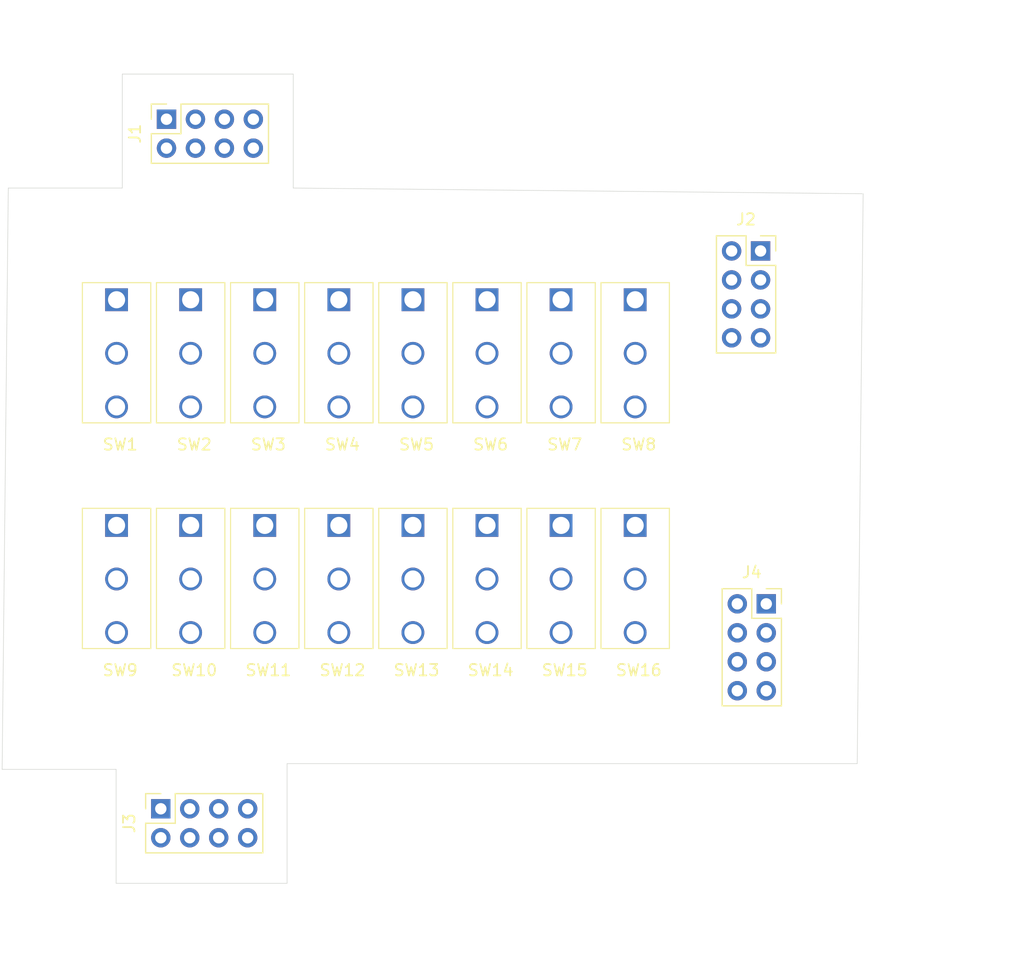
<source format=kicad_pcb>
(kicad_pcb (version 20241229) (generator "pcbnew") (generator_version "9.0")
  (layers (0 "F.Cu" signal) (2 "B.Cu" signal) (13 "F.Paste" user) (15 "B.Paste" user) (5 "F.SilkS" user "F.Silkscreen") (7 "B.SilkS" user "B.Silkscreen") (1 "F.Mask" user) (3 "B.Mask" user) (25 "Edge.Cuts" user))
  (net 0 "")
  (net 2 "+5V")
  (net 18 "Net-(J1-Pin_3)")
  (net 19 "Net-(J1-Pin_5)")
  (net 20 "Net-(J1-Pin_8)")
  (net 21 "Net-(J1-Pin_6)")
  (net 22 "Net-(J1-Pin_7)")
  (net 23 "Net-(J1-Pin_2)")
  (net 24 "Net-(J1-Pin_1)")
  (net 25 "Net-(J1-Pin_4)")
  (net 26 "Net-(J3-Pin_4)")
  (net 27 "Net-(J3-Pin_5)")
  (net 28 "Net-(J3-Pin_3)")
  (net 29 "Net-(J3-Pin_2)")
  (net 30 "Net-(J3-Pin_7)")
  (net 31 "Net-(J3-Pin_6)")
  (net 32 "Net-(J3-Pin_8)")
  (net 33 "Net-(J3-Pin_1)")
  (footprint "Connector_PinHeader_1.27mm:5mm_Linear_Switch" (layer "F.Cu") (at 57.5 63.8)
    (property "Reference" "SW11" (at 0.317923 8 0) (layer "F.SilkS"))
    (property "Value" "SW_Nidec_CAS-120A1" (hide yes))
    (fp_line (start -3 -6.2) (end -3 6.1) (stroke (width 0.1)) (layer "F.SilkS"))
    (fp_line (start -3 -6.2) (end 3 -6.2) (stroke (width 0.1)) (layer "F.SilkS"))
    (fp_line (start -3 6.1) (end 3 6.1) (stroke (width 0.1)) (layer "F.SilkS"))
    (fp_line (start 3 6.1) (end 3 -6.2) (stroke (width 0.1)) (layer "F.SilkS"))
    (pad "1" thru_hole rect (at 0 -4.7) (size 2 2) (drill 1.5) (layers "*.Cu" "*.Mask") (net 28 "Net-(J3-Pin_3)"))
    (pad "2" thru_hole circle (at 0 0) (size 2 2) (drill 1.5) (layers "*.Cu" "*.Mask") (net 2 "+5V"))
    (pad "3" thru_hole circle (at 0 4.7) (size 2 2) (drill 1.5) (layers "*.Cu" "*.Mask"))
  )
  (footprint "Connector_PinSocket_2.54mm:PinSocket_2x04_P2.54mm_Vertical" (layer "F.Cu") (at 48.88 23.46 90)
    (property "Reference" "J1" (at -1.27 -2.77 90) (layer "F.SilkS"))
    (property "Value" "Conn_01x08_Pin" (hide yes))
    (fp_line (start 1.33 -1.33) (end 1.33 0) (stroke (width 0.12)) (layer "F.SilkS"))
    (fp_line (start 0 -1.33) (end 1.33 -1.33) (stroke (width 0.12)) (layer "F.SilkS"))
    (fp_line (start -1.27 -1.33) (end -1.27 1.27) (stroke (width 0.12)) (layer "F.SilkS"))
    (fp_line (start -3.87 -1.33) (end -1.27 -1.33) (stroke (width 0.12)) (layer "F.SilkS"))
    (fp_line (start -3.87 -1.33) (end -3.87 8.95) (stroke (width 0.12)) (layer "F.SilkS"))
    (fp_line (start 1.33 1.27) (end 1.33 8.95) (stroke (width 0.12)) (layer "F.SilkS"))
    (fp_line (start -1.27 1.27) (end 1.33 1.27) (stroke (width 0.12)) (layer "F.SilkS"))
    (fp_line (start -3.87 8.95) (end 1.33 8.95) (stroke (width 0.12)) (layer "F.SilkS"))
    (pad "1" thru_hole rect (at 0 0 90) (size 1.7 1.7) (drill 1) (layers "*.Cu" "*.Mask") (net 24 "Net-(J1-Pin_1)"))
    (pad "2" thru_hole circle (at -2.54 0 90) (size 1.7 1.7) (drill 1) (layers "*.Cu" "*.Mask") (net 23 "Net-(J1-Pin_2)"))
    (pad "3" thru_hole circle (at 0 2.54 90) (size 1.7 1.7) (drill 1) (layers "*.Cu" "*.Mask") (net 18 "Net-(J1-Pin_3)"))
    (pad "4" thru_hole circle (at -2.54 2.54 90) (size 1.7 1.7) (drill 1) (layers "*.Cu" "*.Mask") (net 25 "Net-(J1-Pin_4)"))
    (pad "5" thru_hole circle (at 0 5.08 90) (size 1.7 1.7) (drill 1) (layers "*.Cu" "*.Mask") (net 19 "Net-(J1-Pin_5)"))
    (pad "6" thru_hole circle (at -2.54 5.08 90) (size 1.7 1.7) (drill 1) (layers "*.Cu" "*.Mask") (net 21 "Net-(J1-Pin_6)"))
    (pad "7" thru_hole circle (at 0 7.62 90) (size 1.7 1.7) (drill 1) (layers "*.Cu" "*.Mask") (net 22 "Net-(J1-Pin_7)"))
    (pad "8" thru_hole circle (at -2.54 7.62 90) (size 1.7 1.7) (drill 1) (layers "*.Cu" "*.Mask") (net 20 "Net-(J1-Pin_8)"))
  )
  (footprint "Connector_PinHeader_1.27mm:5mm_Linear_Switch" (layer "F.Cu") (at 77 44)
    (property "Reference" "SW6" (at 0.317923 8 0) (layer "F.SilkS"))
    (property "Value" "SW_Nidec_CAS-120A1" (hide yes))
    (fp_line (start -3 -6.2) (end -3 6.1) (stroke (width 0.1)) (layer "F.SilkS"))
    (fp_line (start -3 -6.2) (end 3 -6.2) (stroke (width 0.1)) (layer "F.SilkS"))
    (fp_line (start -3 6.1) (end 3 6.1) (stroke (width 0.1)) (layer "F.SilkS"))
    (fp_line (start 3 6.1) (end 3 -6.2) (stroke (width 0.1)) (layer "F.SilkS"))
    (pad "1" thru_hole rect (at 0 -4.7) (size 2 2) (drill 1.5) (layers "*.Cu" "*.Mask") (net 21 "Net-(J1-Pin_6)"))
    (pad "2" thru_hole circle (at 0 0) (size 2 2) (drill 1.5) (layers "*.Cu" "*.Mask") (net 2 "+5V"))
    (pad "3" thru_hole circle (at 0 4.7) (size 2 2) (drill 1.5) (layers "*.Cu" "*.Mask"))
  )
  (footprint "Connector_PinHeader_1.27mm:5mm_Linear_Switch" (layer "F.Cu") (at 64 63.8)
    (property "Reference" "SW12" (at 0.317923 8 0) (layer "F.SilkS"))
    (property "Value" "SW_Nidec_CAS-120A1" (hide yes))
    (fp_line (start -3 -6.2) (end -3 6.1) (stroke (width 0.1)) (layer "F.SilkS"))
    (fp_line (start -3 -6.2) (end 3 -6.2) (stroke (width 0.1)) (layer "F.SilkS"))
    (fp_line (start -3 6.1) (end 3 6.1) (stroke (width 0.1)) (layer "F.SilkS"))
    (fp_line (start 3 6.1) (end 3 -6.2) (stroke (width 0.1)) (layer "F.SilkS"))
    (pad "1" thru_hole rect (at 0 -4.7) (size 2 2) (drill 1.5) (layers "*.Cu" "*.Mask") (net 26 "Net-(J3-Pin_4)"))
    (pad "2" thru_hole circle (at 0 0) (size 2 2) (drill 1.5) (layers "*.Cu" "*.Mask") (net 2 "+5V"))
    (pad "3" thru_hole circle (at 0 4.7) (size 2 2) (drill 1.5) (layers "*.Cu" "*.Mask"))
  )
  (footprint "Connector_PinHeader_1.27mm:5mm_Linear_Switch" (layer "F.Cu") (at 51 44)
    (property "Reference" "SW2" (at 0.317923 8 0) (layer "F.SilkS"))
    (property "Value" "SW_Nidec_CAS-120A1" (hide yes))
    (fp_line (start -3 -6.2) (end -3 6.1) (stroke (width 0.1)) (layer "F.SilkS"))
    (fp_line (start -3 -6.2) (end 3 -6.2) (stroke (width 0.1)) (layer "F.SilkS"))
    (fp_line (start -3 6.1) (end 3 6.1) (stroke (width 0.1)) (layer "F.SilkS"))
    (fp_line (start 3 6.1) (end 3 -6.2) (stroke (width 0.1)) (layer "F.SilkS"))
    (pad "1" thru_hole rect (at 0 -4.7) (size 2 2) (drill 1.5) (layers "*.Cu" "*.Mask") (net 23 "Net-(J1-Pin_2)"))
    (pad "2" thru_hole circle (at 0 0) (size 2 2) (drill 1.5) (layers "*.Cu" "*.Mask") (net 2 "+5V"))
    (pad "3" thru_hole circle (at 0 4.7) (size 2 2) (drill 1.5) (layers "*.Cu" "*.Mask"))
  )
  (footprint "Connector_PinSocket_2.54mm:PinSocket_2x04_P2.54mm_Vertical" (layer "F.Cu") (at 101 35.02)
    (property "Reference" "J2" (at -1.27 -2.77 0) (layer "F.SilkS"))
    (property "Value" "Conn_01x08_Pin" (hide yes))
    (fp_line (start -3.87 -1.33) (end -3.87 8.95) (stroke (width 0.12)) (layer "F.SilkS"))
    (fp_line (start -3.87 -1.33) (end -1.27 -1.33) (stroke (width 0.12)) (layer "F.SilkS"))
    (fp_line (start -3.87 8.95) (end 1.33 8.95) (stroke (width 0.12)) (layer "F.SilkS"))
    (fp_line (start -1.27 -1.33) (end -1.27 1.27) (stroke (width 0.12)) (layer "F.SilkS"))
    (fp_line (start -1.27 1.27) (end 1.33 1.27) (stroke (width 0.12)) (layer "F.SilkS"))
    (fp_line (start 0 -1.33) (end 1.33 -1.33) (stroke (width 0.12)) (layer "F.SilkS"))
    (fp_line (start 1.33 -1.33) (end 1.33 0) (stroke (width 0.12)) (layer "F.SilkS"))
    (fp_line (start 1.33 1.27) (end 1.33 8.95) (stroke (width 0.12)) (layer "F.SilkS"))
    (pad "1" thru_hole rect (at 0 0) (size 1.7 1.7) (drill 1) (layers "*.Cu" "*.Mask") (net 24 "Net-(J1-Pin_1)"))
    (pad "2" thru_hole circle (at -2.54 0) (size 1.7 1.7) (drill 1) (layers "*.Cu" "*.Mask") (net 23 "Net-(J1-Pin_2)"))
    (pad "3" thru_hole circle (at 0 2.54) (size 1.7 1.7) (drill 1) (layers "*.Cu" "*.Mask") (net 18 "Net-(J1-Pin_3)"))
    (pad "4" thru_hole circle (at -2.54 2.54) (size 1.7 1.7) (drill 1) (layers "*.Cu" "*.Mask") (net 25 "Net-(J1-Pin_4)"))
    (pad "5" thru_hole circle (at 0 5.08) (size 1.7 1.7) (drill 1) (layers "*.Cu" "*.Mask") (net 19 "Net-(J1-Pin_5)"))
    (pad "6" thru_hole circle (at -2.54 5.08) (size 1.7 1.7) (drill 1) (layers "*.Cu" "*.Mask") (net 21 "Net-(J1-Pin_6)"))
    (pad "7" thru_hole circle (at 0 7.62) (size 1.7 1.7) (drill 1) (layers "*.Cu" "*.Mask") (net 22 "Net-(J1-Pin_7)"))
    (pad "8" thru_hole circle (at -2.54 7.62) (size 1.7 1.7) (drill 1) (layers "*.Cu" "*.Mask") (net 20 "Net-(J1-Pin_8)"))
  )
  (footprint "Connector_PinHeader_1.27mm:5mm_Linear_Switch" (layer "F.Cu") (at 51 63.8)
    (property "Reference" "SW10" (at 0.317923 8 0) (layer "F.SilkS"))
    (property "Value" "SW_Nidec_CAS-120A1" (hide yes))
    (fp_line (start -3 -6.2) (end -3 6.1) (stroke (width 0.1)) (layer "F.SilkS"))
    (fp_line (start -3 -6.2) (end 3 -6.2) (stroke (width 0.1)) (layer "F.SilkS"))
    (fp_line (start -3 6.1) (end 3 6.1) (stroke (width 0.1)) (layer "F.SilkS"))
    (fp_line (start 3 6.1) (end 3 -6.2) (stroke (width 0.1)) (layer "F.SilkS"))
    (pad "1" thru_hole rect (at 0 -4.7) (size 2 2) (drill 1.5) (layers "*.Cu" "*.Mask") (net 29 "Net-(J3-Pin_2)"))
    (pad "2" thru_hole circle (at 0 0) (size 2 2) (drill 1.5) (layers "*.Cu" "*.Mask") (net 2 "+5V"))
    (pad "3" thru_hole circle (at 0 4.7) (size 2 2) (drill 1.5) (layers "*.Cu" "*.Mask"))
  )
  (footprint "Connector_PinSocket_2.54mm:PinSocket_2x04_P2.54mm_Vertical" (layer "F.Cu") (at 48.38 83.96 90)
    (property "Reference" "J3" (at -1.27 -2.77 90) (layer "F.SilkS"))
    (property "Value" "Conn_01x08_Pin" (hide yes))
    (fp_line (start 1.33 -1.33) (end 1.33 0) (stroke (width 0.12)) (layer "F.SilkS"))
    (fp_line (start 0 -1.33) (end 1.33 -1.33) (stroke (width 0.12)) (layer "F.SilkS"))
    (fp_line (start -1.27 -1.33) (end -1.27 1.27) (stroke (width 0.12)) (layer "F.SilkS"))
    (fp_line (start -3.87 -1.33) (end -1.27 -1.33) (stroke (width 0.12)) (layer "F.SilkS"))
    (fp_line (start -3.87 -1.33) (end -3.87 8.95) (stroke (width 0.12)) (layer "F.SilkS"))
    (fp_line (start 1.33 1.27) (end 1.33 8.95) (stroke (width 0.12)) (layer "F.SilkS"))
    (fp_line (start -1.27 1.27) (end 1.33 1.27) (stroke (width 0.12)) (layer "F.SilkS"))
    (fp_line (start -3.87 8.95) (end 1.33 8.95) (stroke (width 0.12)) (layer "F.SilkS"))
    (pad "1" thru_hole rect (at 0 0 90) (size 1.7 1.7) (drill 1) (layers "*.Cu" "*.Mask") (net 33 "Net-(J3-Pin_1)"))
    (pad "2" thru_hole circle (at -2.54 0 90) (size 1.7 1.7) (drill 1) (layers "*.Cu" "*.Mask") (net 29 "Net-(J3-Pin_2)"))
    (pad "3" thru_hole circle (at 0 2.54 90) (size 1.7 1.7) (drill 1) (layers "*.Cu" "*.Mask") (net 28 "Net-(J3-Pin_3)"))
    (pad "4" thru_hole circle (at -2.54 2.54 90) (size 1.7 1.7) (drill 1) (layers "*.Cu" "*.Mask") (net 26 "Net-(J3-Pin_4)"))
    (pad "5" thru_hole circle (at 0 5.08 90) (size 1.7 1.7) (drill 1) (layers "*.Cu" "*.Mask") (net 27 "Net-(J3-Pin_5)"))
    (pad "6" thru_hole circle (at -2.54 5.08 90) (size 1.7 1.7) (drill 1) (layers "*.Cu" "*.Mask") (net 31 "Net-(J3-Pin_6)"))
    (pad "7" thru_hole circle (at 0 7.62 90) (size 1.7 1.7) (drill 1) (layers "*.Cu" "*.Mask") (net 30 "Net-(J3-Pin_7)"))
    (pad "8" thru_hole circle (at -2.54 7.62 90) (size 1.7 1.7) (drill 1) (layers "*.Cu" "*.Mask") (net 32 "Net-(J3-Pin_8)"))
  )
  (footprint "Connector_PinHeader_1.27mm:5mm_Linear_Switch" (layer "F.Cu") (at 70.5 44)
    (property "Reference" "SW5" (at 0.317923 8 0) (layer "F.SilkS"))
    (property "Value" "SW_Nidec_CAS-120A1" (hide yes))
    (fp_line (start -3 -6.2) (end -3 6.1) (stroke (width 0.1)) (layer "F.SilkS"))
    (fp_line (start -3 -6.2) (end 3 -6.2) (stroke (width 0.1)) (layer "F.SilkS"))
    (fp_line (start -3 6.1) (end 3 6.1) (stroke (width 0.1)) (layer "F.SilkS"))
    (fp_line (start 3 6.1) (end 3 -6.2) (stroke (width 0.1)) (layer "F.SilkS"))
    (pad "1" thru_hole rect (at 0 -4.7) (size 2 2) (drill 1.5) (layers "*.Cu" "*.Mask") (net 19 "Net-(J1-Pin_5)"))
    (pad "2" thru_hole circle (at 0 0) (size 2 2) (drill 1.5) (layers "*.Cu" "*.Mask") (net 2 "+5V"))
    (pad "3" thru_hole circle (at 0 4.7) (size 2 2) (drill 1.5) (layers "*.Cu" "*.Mask"))
  )
  (footprint "Connector_PinHeader_1.27mm:5mm_Linear_Switch" (layer "F.Cu") (at 44.5 63.8)
    (property "Reference" "SW9" (at 0.317923 8 0) (layer "F.SilkS"))
    (property "Value" "SW_Nidec_CAS-120A1" (hide yes))
    (fp_line (start -3 -6.2) (end -3 6.1) (stroke (width 0.1)) (layer "F.SilkS"))
    (fp_line (start -3 -6.2) (end 3 -6.2) (stroke (width 0.1)) (layer "F.SilkS"))
    (fp_line (start -3 6.1) (end 3 6.1) (stroke (width 0.1)) (layer "F.SilkS"))
    (fp_line (start 3 6.1) (end 3 -6.2) (stroke (width 0.1)) (layer "F.SilkS"))
    (pad "1" thru_hole rect (at 0 -4.7) (size 2 2) (drill 1.5) (layers "*.Cu" "*.Mask") (net 33 "Net-(J3-Pin_1)"))
    (pad "2" thru_hole circle (at 0 0) (size 2 2) (drill 1.5) (layers "*.Cu" "*.Mask") (net 2 "+5V"))
    (pad "3" thru_hole circle (at 0 4.7) (size 2 2) (drill 1.5) (layers "*.Cu" "*.Mask"))
  )
  (footprint "Connector_PinHeader_1.27mm:5mm_Linear_Switch" (layer "F.Cu") (at 44.5 44)
    (property "Reference" "SW1" (at 0.317923 8 0) (layer "F.SilkS"))
    (property "Value" "SW_Nidec_CAS-120A1" (hide yes))
    (fp_line (start -3 -6.2) (end -3 6.1) (stroke (width 0.1)) (layer "F.SilkS"))
    (fp_line (start -3 -6.2) (end 3 -6.2) (stroke (width 0.1)) (layer "F.SilkS"))
    (fp_line (start -3 6.1) (end 3 6.1) (stroke (width 0.1)) (layer "F.SilkS"))
    (fp_line (start 3 6.1) (end 3 -6.2) (stroke (width 0.1)) (layer "F.SilkS"))
    (pad "1" thru_hole rect (at 0 -4.7) (size 2 2) (drill 1.5) (layers "*.Cu" "*.Mask") (net 24 "Net-(J1-Pin_1)"))
    (pad "2" thru_hole circle (at 0 0) (size 2 2) (drill 1.5) (layers "*.Cu" "*.Mask") (net 2 "+5V"))
    (pad "3" thru_hole circle (at 0 4.7) (size 2 2) (drill 1.5) (layers "*.Cu" "*.Mask"))
  )
  (footprint "Connector_PinHeader_1.27mm:5mm_Linear_Switch" (layer "F.Cu") (at 83.5 44)
    (property "Reference" "SW7" (at 0.317923 8 0) (layer "F.SilkS"))
    (property "Value" "SW_Nidec_CAS-120A1" (hide yes))
    (fp_line (start -3 -6.2) (end -3 6.1) (stroke (width 0.1)) (layer "F.SilkS"))
    (fp_line (start -3 -6.2) (end 3 -6.2) (stroke (width 0.1)) (layer "F.SilkS"))
    (fp_line (start -3 6.1) (end 3 6.1) (stroke (width 0.1)) (layer "F.SilkS"))
    (fp_line (start 3 6.1) (end 3 -6.2) (stroke (width 0.1)) (layer "F.SilkS"))
    (pad "1" thru_hole rect (at 0 -4.7) (size 2 2) (drill 1.5) (layers "*.Cu" "*.Mask") (net 22 "Net-(J1-Pin_7)"))
    (pad "2" thru_hole circle (at 0 0) (size 2 2) (drill 1.5) (layers "*.Cu" "*.Mask") (net 2 "+5V"))
    (pad "3" thru_hole circle (at 0 4.7) (size 2 2) (drill 1.5) (layers "*.Cu" "*.Mask"))
  )
  (footprint "Connector_PinHeader_1.27mm:5mm_Linear_Switch" (layer "F.Cu") (at 70.5 63.8)
    (property "Reference" "SW13" (at 0.317923 8 0) (layer "F.SilkS"))
    (property "Value" "SW_Nidec_CAS-120A1" (hide yes))
    (fp_line (start -3 -6.2) (end -3 6.1) (stroke (width 0.1)) (layer "F.SilkS"))
    (fp_line (start -3 -6.2) (end 3 -6.2) (stroke (width 0.1)) (layer "F.SilkS"))
    (fp_line (start -3 6.1) (end 3 6.1) (stroke (width 0.1)) (layer "F.SilkS"))
    (fp_line (start 3 6.1) (end 3 -6.2) (stroke (width 0.1)) (layer "F.SilkS"))
    (pad "1" thru_hole rect (at 0 -4.7) (size 2 2) (drill 1.5) (layers "*.Cu" "*.Mask") (net 27 "Net-(J3-Pin_5)"))
    (pad "2" thru_hole circle (at 0 0) (size 2 2) (drill 1.5) (layers "*.Cu" "*.Mask") (net 2 "+5V"))
    (pad "3" thru_hole circle (at 0 4.7) (size 2 2) (drill 1.5) (layers "*.Cu" "*.Mask"))
  )
  (footprint "Connector_PinHeader_1.27mm:5mm_Linear_Switch" (layer "F.Cu") (at 90 44)
    (property "Reference" "SW8" (at 0.317923 8 0) (layer "F.SilkS"))
    (property "Value" "SW_Nidec_CAS-120A1" (hide yes))
    (fp_line (start -3 -6.2) (end -3 6.1) (stroke (width 0.1)) (layer "F.SilkS"))
    (fp_line (start -3 -6.2) (end 3 -6.2) (stroke (width 0.1)) (layer "F.SilkS"))
    (fp_line (start -3 6.1) (end 3 6.1) (stroke (width 0.1)) (layer "F.SilkS"))
    (fp_line (start 3 6.1) (end 3 -6.2) (stroke (width 0.1)) (layer "F.SilkS"))
    (pad "1" thru_hole rect (at 0 -4.7) (size 2 2) (drill 1.5) (layers "*.Cu" "*.Mask") (net 20 "Net-(J1-Pin_8)"))
    (pad "2" thru_hole circle (at 0 0) (size 2 2) (drill 1.5) (layers "*.Cu" "*.Mask") (net 2 "+5V"))
    (pad "3" thru_hole circle (at 0 4.7) (size 2 2) (drill 1.5) (layers "*.Cu" "*.Mask"))
  )
  (footprint "Connector_PinSocket_2.54mm:PinSocket_2x04_P2.54mm_Vertical" (layer "F.Cu") (at 101.5 65.98)
    (property "Reference" "J4" (at -1.27 -2.77 0) (layer "F.SilkS"))
    (property "Value" "Conn_01x08_Pin" (hide yes))
    (fp_line (start -3.87 -1.33) (end -3.87 8.95) (stroke (width 0.12)) (layer "F.SilkS"))
    (fp_line (start -3.87 -1.33) (end -1.27 -1.33) (stroke (width 0.12)) (layer "F.SilkS"))
    (fp_line (start -3.87 8.95) (end 1.33 8.95) (stroke (width 0.12)) (layer "F.SilkS"))
    (fp_line (start -1.27 -1.33) (end -1.27 1.27) (stroke (width 0.12)) (layer "F.SilkS"))
    (fp_line (start -1.27 1.27) (end 1.33 1.27) (stroke (width 0.12)) (layer "F.SilkS"))
    (fp_line (start 0 -1.33) (end 1.33 -1.33) (stroke (width 0.12)) (layer "F.SilkS"))
    (fp_line (start 1.33 -1.33) (end 1.33 0) (stroke (width 0.12)) (layer "F.SilkS"))
    (fp_line (start 1.33 1.27) (end 1.33 8.95) (stroke (width 0.12)) (layer "F.SilkS"))
    (pad "1" thru_hole rect (at 0 0) (size 1.7 1.7) (drill 1) (layers "*.Cu" "*.Mask") (net 33 "Net-(J3-Pin_1)"))
    (pad "2" thru_hole circle (at -2.54 0) (size 1.7 1.7) (drill 1) (layers "*.Cu" "*.Mask") (net 29 "Net-(J3-Pin_2)"))
    (pad "3" thru_hole circle (at 0 2.54) (size 1.7 1.7) (drill 1) (layers "*.Cu" "*.Mask") (net 28 "Net-(J3-Pin_3)"))
    (pad "4" thru_hole circle (at -2.54 2.54) (size 1.7 1.7) (drill 1) (layers "*.Cu" "*.Mask") (net 26 "Net-(J3-Pin_4)"))
    (pad "5" thru_hole circle (at 0 5.08) (size 1.7 1.7) (drill 1) (layers "*.Cu" "*.Mask") (net 27 "Net-(J3-Pin_5)"))
    (pad "6" thru_hole circle (at -2.54 5.08) (size 1.7 1.7) (drill 1) (layers "*.Cu" "*.Mask") (net 31 "Net-(J3-Pin_6)"))
    (pad "7" thru_hole circle (at 0 7.62) (size 1.7 1.7) (drill 1) (layers "*.Cu" "*.Mask") (net 30 "Net-(J3-Pin_7)"))
    (pad "8" thru_hole circle (at -2.54 7.62) (size 1.7 1.7) (drill 1) (layers "*.Cu" "*.Mask") (net 32 "Net-(J3-Pin_8)"))
  )
  (footprint "Connector_PinHeader_1.27mm:5mm_Linear_Switch" (layer "F.Cu") (at 83.5 63.8)
    (property "Reference" "SW15" (at 0.317923 8 0) (layer "F.SilkS"))
    (property "Value" "SW_Nidec_CAS-120A1" (hide yes))
    (fp_line (start -3 -6.2) (end -3 6.1) (stroke (width 0.1)) (layer "F.SilkS"))
    (fp_line (start -3 -6.2) (end 3 -6.2) (stroke (width 0.1)) (layer "F.SilkS"))
    (fp_line (start -3 6.1) (end 3 6.1) (stroke (width 0.1)) (layer "F.SilkS"))
    (fp_line (start 3 6.1) (end 3 -6.2) (stroke (width 0.1)) (layer "F.SilkS"))
    (pad "1" thru_hole rect (at 0 -4.7) (size 2 2) (drill 1.5) (layers "*.Cu" "*.Mask") (net 30 "Net-(J3-Pin_7)"))
    (pad "2" thru_hole circle (at 0 0) (size 2 2) (drill 1.5) (layers "*.Cu" "*.Mask") (net 2 "+5V"))
    (pad "3" thru_hole circle (at 0 4.7) (size 2 2) (drill 1.5) (layers "*.Cu" "*.Mask"))
  )
  (footprint "Connector_PinHeader_1.27mm:5mm_Linear_Switch" (layer "F.Cu") (at 64 44)
    (property "Reference" "SW4" (at 0.317923 8 0) (layer "F.SilkS"))
    (property "Value" "SW_Nidec_CAS-120A1" (hide yes))
    (fp_line (start -3 -6.2) (end -3 6.1) (stroke (width 0.1)) (layer "F.SilkS"))
    (fp_line (start -3 -6.2) (end 3 -6.2) (stroke (width 0.1)) (layer "F.SilkS"))
    (fp_line (start -3 6.1) (end 3 6.1) (stroke (width 0.1)) (layer "F.SilkS"))
    (fp_line (start 3 6.1) (end 3 -6.2) (stroke (width 0.1)) (layer "F.SilkS"))
    (pad "1" thru_hole rect (at 0 -4.7) (size 2 2) (drill 1.5) (layers "*.Cu" "*.Mask") (net 25 "Net-(J1-Pin_4)"))
    (pad "2" thru_hole circle (at 0 0) (size 2 2) (drill 1.5) (layers "*.Cu" "*.Mask") (net 2 "+5V"))
    (pad "3" thru_hole circle (at 0 4.7) (size 2 2) (drill 1.5) (layers "*.Cu" "*.Mask"))
  )
  (footprint "Connector_PinHeader_1.27mm:5mm_Linear_Switch" (layer "F.Cu") (at 57.5 44)
    (property "Reference" "SW3" (at 0.317923 8 0) (layer "F.SilkS"))
    (property "Value" "SW_Nidec_CAS-120A1" (hide yes))
    (fp_line (start -3 -6.2) (end -3 6.1) (stroke (width 0.1)) (layer "F.SilkS"))
    (fp_line (start -3 -6.2) (end 3 -6.2) (stroke (width 0.1)) (layer "F.SilkS"))
    (fp_line (start -3 6.1) (end 3 6.1) (stroke (width 0.1)) (layer "F.SilkS"))
    (fp_line (start 3 6.1) (end 3 -6.2) (stroke (width 0.1)) (layer "F.SilkS"))
    (pad "1" thru_hole rect (at 0 -4.7) (size 2 2) (drill 1.5) (layers "*.Cu" "*.Mask") (net 18 "Net-(J1-Pin_3)"))
    (pad "2" thru_hole circle (at 0 0) (size 2 2) (drill 1.5) (layers "*.Cu" "*.Mask") (net 2 "+5V"))
    (pad "3" thru_hole circle (at 0 4.7) (size 2 2) (drill 1.5) (layers "*.Cu" "*.Mask"))
  )
  (footprint "Connector_PinHeader_1.27mm:5mm_Linear_Switch" (layer "F.Cu") (at 90 63.8)
    (property "Reference" "SW16" (at 0.317923 8 0) (layer "F.SilkS"))
    (property "Value" "SW_Nidec_CAS-120A1" (hide yes))
    (fp_line (start -3 -6.2) (end -3 6.1) (stroke (width 0.1)) (layer "F.SilkS"))
    (fp_line (start -3 -6.2) (end 3 -6.2) (stroke (width 0.1)) (layer "F.SilkS"))
    (fp_line (start -3 6.1) (end 3 6.1) (stroke (width 0.1)) (layer "F.SilkS"))
    (fp_line (start 3 6.1) (end 3 -6.2) (stroke (width 0.1)) (layer "F.SilkS"))
    (pad "1" thru_hole rect (at 0 -4.7) (size 2 2) (drill 1.5) (layers "*.Cu" "*.Mask"))
    (pad "2" thru_hole circle (at 0 0) (size 2 2) (drill 1.5) (layers "*.Cu" "*.Mask") (net 2 "+5V"))
    (pad "3" thru_hole circle (at 0 4.7) (size 2 2) (drill 1.5) (layers "*.Cu" "*.Mask") (net 32 "Net-(J3-Pin_8)"))
  )
  (footprint "Connector_PinHeader_1.27mm:5mm_Linear_Switch" (layer "F.Cu") (at 77 63.8)
    (property "Reference" "SW14" (at 0.317923 8 0) (layer "F.SilkS"))
    (property "Value" "SW_Nidec_CAS-120A1" (hide yes))
    (fp_line (start -3 -6.2) (end -3 6.1) (stroke (width 0.1)) (layer "F.SilkS"))
    (fp_line (start -3 -6.2) (end 3 -6.2) (stroke (width 0.1)) (layer "F.SilkS"))
    (fp_line (start -3 6.1) (end 3 6.1) (stroke (width 0.1)) (layer "F.SilkS"))
    (fp_line (start 3 6.1) (end 3 -6.2) (stroke (width 0.1)) (layer "F.SilkS"))
    (pad "1" thru_hole rect (at 0 -4.7) (size 2 2) (drill 1.5) (layers "*.Cu" "*.Mask") (net 31 "Net-(J3-Pin_6)"))
    (pad "2" thru_hole circle (at 0 0) (size 2 2) (drill 1.5) (layers "*.Cu" "*.Mask") (net 2 "+5V"))
    (pad "3" thru_hole circle (at 0 4.7) (size 2 2) (drill 1.5) (layers "*.Cu" "*.Mask"))
  )
  (gr_line (start 44.46 80.5) (end 34.46 80.5) (stroke (width 0.05)) (layer "Edge.Cuts"))
  (gr_line (start 59.46 80) (end 59.46 90.5) (stroke (width 0.05)) (layer "Edge.Cuts"))
  (gr_line (start 45 19.5) (end 60 19.5) (stroke (width 0.05)) (layer "Edge.Cuts"))
  (gr_line (start 60 19.5) (end 60 29.5) (stroke (width 0.05)) (layer "Edge.Cuts"))
  (gr_line (start 60 29.5) (end 110 30) (stroke (width 0.05)) (layer "Edge.Cuts"))
  (gr_line (start 35 29.5) (end 45 29.5) (stroke (width 0.05)) (layer "Edge.Cuts"))
  (gr_line (start 59.46 90.5) (end 44.46 90.5) (stroke (width 0.05)) (layer "Edge.Cuts"))
  (gr_line (start 109.46 80) (end 59.46 80) (stroke (width 0.05)) (layer "Edge.Cuts"))
  (gr_line (start 110 30) (end 109.479167 80) (stroke (width 0.05)) (layer "Edge.Cuts"))
  (gr_line (start 45 29.5) (end 45 19.5) (stroke (width 0.05)) (layer "Edge.Cuts"))
  (gr_line (start 44.46 90.5) (end 44.46 80.5) (stroke (width 0.05)) (layer "Edge.Cuts"))
  (gr_line (start 34.46 80.5) (end 35 29.5) (stroke (width 0.05)) (layer "Edge.Cuts"))
)
</source>
